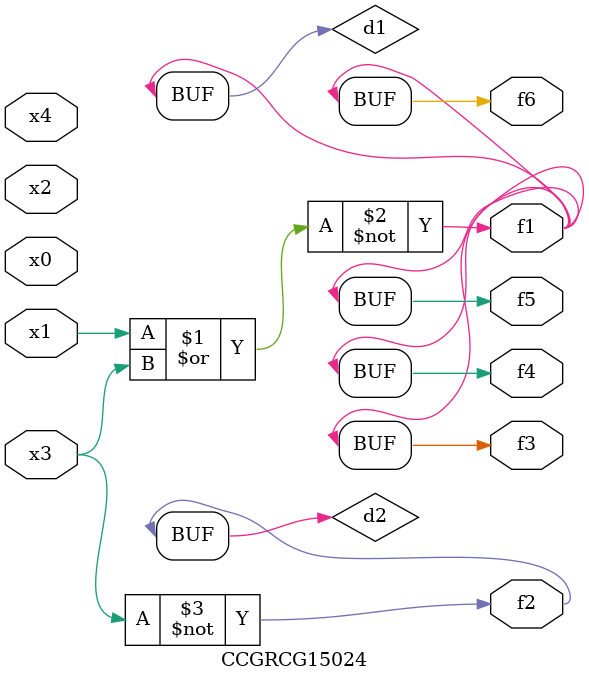
<source format=v>
module CCGRCG15024(
	input x0, x1, x2, x3, x4,
	output f1, f2, f3, f4, f5, f6
);

	wire d1, d2;

	nor (d1, x1, x3);
	not (d2, x3);
	assign f1 = d1;
	assign f2 = d2;
	assign f3 = d1;
	assign f4 = d1;
	assign f5 = d1;
	assign f6 = d1;
endmodule

</source>
